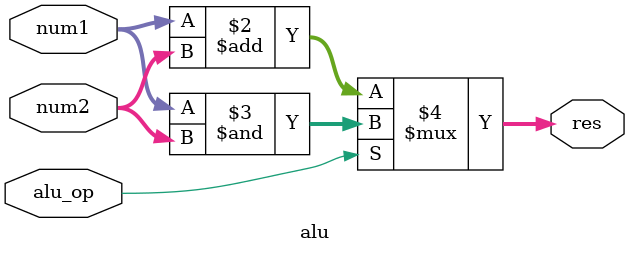
<source format=v>
module alu (
           input alu_op,
           input[31:0] num1,
           input[31:0] num2,
           output[31:0] res
       );

assign res = (alu_op == 1'b0)? num1 + num2: num1 & num2;
endmodule

</source>
